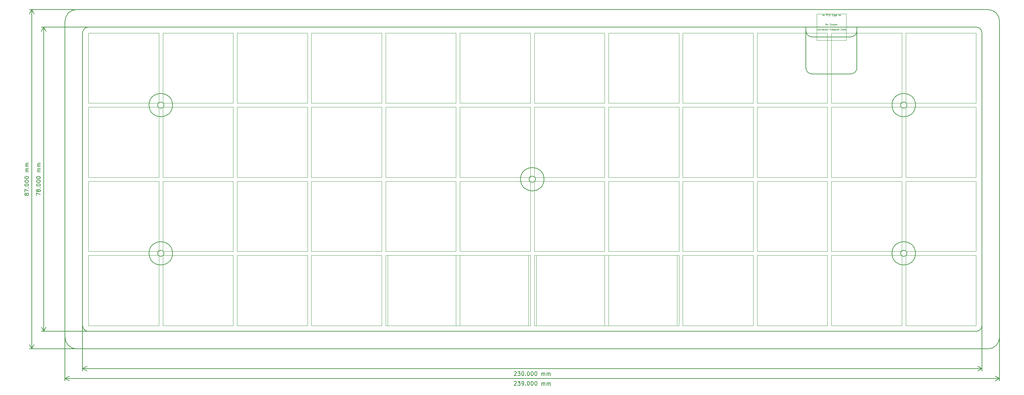
<source format=gbr>
G04 #@! TF.GenerationSoftware,KiCad,Pcbnew,(5.1.4)-1*
G04 #@! TF.CreationDate,2022-02-23T22:21:29-05:00*
G04 #@! TF.ProjectId,ortho-40percent,6f727468-6f2d-4343-9070-657263656e74,rev?*
G04 #@! TF.SameCoordinates,Original*
G04 #@! TF.FileFunction,Drawing*
%FSLAX46Y46*%
G04 Gerber Fmt 4.6, Leading zero omitted, Abs format (unit mm)*
G04 Created by KiCad (PCBNEW (5.1.4)-1) date 2022-02-23 22:21:29*
%MOMM*%
%LPD*%
G04 APERTURE LIST*
%ADD10C,0.150000*%
%ADD11C,0.100000*%
%ADD12C,0.060000*%
G04 APERTURE END LIST*
D10*
X149840952Y-253347618D02*
X149888571Y-253299999D01*
X149983809Y-253252379D01*
X150221904Y-253252379D01*
X150317142Y-253299999D01*
X150364761Y-253347618D01*
X150412380Y-253442856D01*
X150412380Y-253538094D01*
X150364761Y-253680951D01*
X149793333Y-254252379D01*
X150412380Y-254252379D01*
X150745714Y-253252379D02*
X151364761Y-253252379D01*
X151031428Y-253633332D01*
X151174285Y-253633332D01*
X151269523Y-253680951D01*
X151317142Y-253728570D01*
X151364761Y-253823808D01*
X151364761Y-254061903D01*
X151317142Y-254157141D01*
X151269523Y-254204760D01*
X151174285Y-254252379D01*
X150888571Y-254252379D01*
X150793333Y-254204760D01*
X150745714Y-254157141D01*
X151840952Y-254252379D02*
X152031428Y-254252379D01*
X152126666Y-254204760D01*
X152174285Y-254157141D01*
X152269523Y-254014284D01*
X152317142Y-253823808D01*
X152317142Y-253442856D01*
X152269523Y-253347618D01*
X152221904Y-253299999D01*
X152126666Y-253252379D01*
X151936190Y-253252379D01*
X151840952Y-253299999D01*
X151793333Y-253347618D01*
X151745714Y-253442856D01*
X151745714Y-253680951D01*
X151793333Y-253776189D01*
X151840952Y-253823808D01*
X151936190Y-253871427D01*
X152126666Y-253871427D01*
X152221904Y-253823808D01*
X152269523Y-253776189D01*
X152317142Y-253680951D01*
X152745714Y-254157141D02*
X152793333Y-254204760D01*
X152745714Y-254252379D01*
X152698095Y-254204760D01*
X152745714Y-254157141D01*
X152745714Y-254252379D01*
X153412380Y-253252379D02*
X153507619Y-253252379D01*
X153602857Y-253299999D01*
X153650476Y-253347618D01*
X153698095Y-253442856D01*
X153745714Y-253633332D01*
X153745714Y-253871427D01*
X153698095Y-254061903D01*
X153650476Y-254157141D01*
X153602857Y-254204760D01*
X153507619Y-254252379D01*
X153412380Y-254252379D01*
X153317142Y-254204760D01*
X153269523Y-254157141D01*
X153221904Y-254061903D01*
X153174285Y-253871427D01*
X153174285Y-253633332D01*
X153221904Y-253442856D01*
X153269523Y-253347618D01*
X153317142Y-253299999D01*
X153412380Y-253252379D01*
X154364761Y-253252379D02*
X154460000Y-253252379D01*
X154555238Y-253299999D01*
X154602857Y-253347618D01*
X154650476Y-253442856D01*
X154698095Y-253633332D01*
X154698095Y-253871427D01*
X154650476Y-254061903D01*
X154602857Y-254157141D01*
X154555238Y-254204760D01*
X154460000Y-254252379D01*
X154364761Y-254252379D01*
X154269523Y-254204760D01*
X154221904Y-254157141D01*
X154174285Y-254061903D01*
X154126666Y-253871427D01*
X154126666Y-253633332D01*
X154174285Y-253442856D01*
X154221904Y-253347618D01*
X154269523Y-253299999D01*
X154364761Y-253252379D01*
X155317142Y-253252379D02*
X155412380Y-253252379D01*
X155507619Y-253299999D01*
X155555238Y-253347618D01*
X155602857Y-253442856D01*
X155650476Y-253633332D01*
X155650476Y-253871427D01*
X155602857Y-254061903D01*
X155555238Y-254157141D01*
X155507619Y-254204760D01*
X155412380Y-254252379D01*
X155317142Y-254252379D01*
X155221904Y-254204760D01*
X155174285Y-254157141D01*
X155126666Y-254061903D01*
X155079047Y-253871427D01*
X155079047Y-253633332D01*
X155126666Y-253442856D01*
X155174285Y-253347618D01*
X155221904Y-253299999D01*
X155317142Y-253252379D01*
X156840952Y-254252379D02*
X156840952Y-253585713D01*
X156840952Y-253680951D02*
X156888571Y-253633332D01*
X156983809Y-253585713D01*
X157126666Y-253585713D01*
X157221904Y-253633332D01*
X157269523Y-253728570D01*
X157269523Y-254252379D01*
X157269523Y-253728570D02*
X157317142Y-253633332D01*
X157412380Y-253585713D01*
X157555238Y-253585713D01*
X157650476Y-253633332D01*
X157698095Y-253728570D01*
X157698095Y-254252379D01*
X158174285Y-254252379D02*
X158174285Y-253585713D01*
X158174285Y-253680951D02*
X158221904Y-253633332D01*
X158317142Y-253585713D01*
X158460000Y-253585713D01*
X158555238Y-253633332D01*
X158602857Y-253728570D01*
X158602857Y-254252379D01*
X158602857Y-253728570D02*
X158650476Y-253633332D01*
X158745714Y-253585713D01*
X158888571Y-253585713D01*
X158983809Y-253633332D01*
X159031428Y-253728570D01*
X159031428Y-254252379D01*
X34960000Y-252499999D02*
X273960000Y-252499999D01*
X34960000Y-241920000D02*
X34960000Y-253086420D01*
X273960000Y-241920000D02*
X273960000Y-253086420D01*
X273960000Y-252499999D02*
X272833496Y-253086420D01*
X273960000Y-252499999D02*
X272833496Y-251913578D01*
X34960000Y-252499999D02*
X36086504Y-253086420D01*
X34960000Y-252499999D02*
X36086504Y-251913578D01*
X149840952Y-250847618D02*
X149888571Y-250799999D01*
X149983809Y-250752379D01*
X150221904Y-250752379D01*
X150317142Y-250799999D01*
X150364761Y-250847618D01*
X150412380Y-250942856D01*
X150412380Y-251038094D01*
X150364761Y-251180951D01*
X149793333Y-251752379D01*
X150412380Y-251752379D01*
X150745714Y-250752379D02*
X151364761Y-250752379D01*
X151031428Y-251133332D01*
X151174285Y-251133332D01*
X151269523Y-251180951D01*
X151317142Y-251228570D01*
X151364761Y-251323808D01*
X151364761Y-251561903D01*
X151317142Y-251657141D01*
X151269523Y-251704760D01*
X151174285Y-251752379D01*
X150888571Y-251752379D01*
X150793333Y-251704760D01*
X150745714Y-251657141D01*
X151983809Y-250752379D02*
X152079047Y-250752379D01*
X152174285Y-250799999D01*
X152221904Y-250847618D01*
X152269523Y-250942856D01*
X152317142Y-251133332D01*
X152317142Y-251371427D01*
X152269523Y-251561903D01*
X152221904Y-251657141D01*
X152174285Y-251704760D01*
X152079047Y-251752379D01*
X151983809Y-251752379D01*
X151888571Y-251704760D01*
X151840952Y-251657141D01*
X151793333Y-251561903D01*
X151745714Y-251371427D01*
X151745714Y-251133332D01*
X151793333Y-250942856D01*
X151840952Y-250847618D01*
X151888571Y-250799999D01*
X151983809Y-250752379D01*
X152745714Y-251657141D02*
X152793333Y-251704760D01*
X152745714Y-251752379D01*
X152698095Y-251704760D01*
X152745714Y-251657141D01*
X152745714Y-251752379D01*
X153412380Y-250752379D02*
X153507619Y-250752379D01*
X153602857Y-250799999D01*
X153650476Y-250847618D01*
X153698095Y-250942856D01*
X153745714Y-251133332D01*
X153745714Y-251371427D01*
X153698095Y-251561903D01*
X153650476Y-251657141D01*
X153602857Y-251704760D01*
X153507619Y-251752379D01*
X153412380Y-251752379D01*
X153317142Y-251704760D01*
X153269523Y-251657141D01*
X153221904Y-251561903D01*
X153174285Y-251371427D01*
X153174285Y-251133332D01*
X153221904Y-250942856D01*
X153269523Y-250847618D01*
X153317142Y-250799999D01*
X153412380Y-250752379D01*
X154364761Y-250752379D02*
X154460000Y-250752379D01*
X154555238Y-250799999D01*
X154602857Y-250847618D01*
X154650476Y-250942856D01*
X154698095Y-251133332D01*
X154698095Y-251371427D01*
X154650476Y-251561903D01*
X154602857Y-251657141D01*
X154555238Y-251704760D01*
X154460000Y-251752379D01*
X154364761Y-251752379D01*
X154269523Y-251704760D01*
X154221904Y-251657141D01*
X154174285Y-251561903D01*
X154126666Y-251371427D01*
X154126666Y-251133332D01*
X154174285Y-250942856D01*
X154221904Y-250847618D01*
X154269523Y-250799999D01*
X154364761Y-250752379D01*
X155317142Y-250752379D02*
X155412380Y-250752379D01*
X155507619Y-250799999D01*
X155555238Y-250847618D01*
X155602857Y-250942856D01*
X155650476Y-251133332D01*
X155650476Y-251371427D01*
X155602857Y-251561903D01*
X155555238Y-251657141D01*
X155507619Y-251704760D01*
X155412380Y-251752379D01*
X155317142Y-251752379D01*
X155221904Y-251704760D01*
X155174285Y-251657141D01*
X155126666Y-251561903D01*
X155079047Y-251371427D01*
X155079047Y-251133332D01*
X155126666Y-250942856D01*
X155174285Y-250847618D01*
X155221904Y-250799999D01*
X155317142Y-250752379D01*
X156840952Y-251752379D02*
X156840952Y-251085713D01*
X156840952Y-251180951D02*
X156888571Y-251133332D01*
X156983809Y-251085713D01*
X157126666Y-251085713D01*
X157221904Y-251133332D01*
X157269523Y-251228570D01*
X157269523Y-251752379D01*
X157269523Y-251228570D02*
X157317142Y-251133332D01*
X157412380Y-251085713D01*
X157555238Y-251085713D01*
X157650476Y-251133332D01*
X157698095Y-251228570D01*
X157698095Y-251752379D01*
X158174285Y-251752379D02*
X158174285Y-251085713D01*
X158174285Y-251180951D02*
X158221904Y-251133332D01*
X158317142Y-251085713D01*
X158460000Y-251085713D01*
X158555238Y-251133332D01*
X158602857Y-251228570D01*
X158602857Y-251752379D01*
X158602857Y-251228570D02*
X158650476Y-251133332D01*
X158745714Y-251085713D01*
X158888571Y-251085713D01*
X158983809Y-251133332D01*
X159031428Y-251228570D01*
X159031428Y-251752379D01*
X39460000Y-249999999D02*
X269460000Y-249999999D01*
X39460000Y-238920000D02*
X39460000Y-250586420D01*
X269460000Y-238920000D02*
X269460000Y-250586420D01*
X269460000Y-249999999D02*
X268333496Y-250586420D01*
X269460000Y-249999999D02*
X268333496Y-249413578D01*
X39460000Y-249999999D02*
X40586504Y-250586420D01*
X39460000Y-249999999D02*
X40586504Y-249413578D01*
X25080952Y-205372380D02*
X25033333Y-205467619D01*
X24985714Y-205515238D01*
X24890476Y-205562857D01*
X24842857Y-205562857D01*
X24747619Y-205515238D01*
X24700000Y-205467619D01*
X24652380Y-205372380D01*
X24652380Y-205181904D01*
X24700000Y-205086666D01*
X24747619Y-205039047D01*
X24842857Y-204991428D01*
X24890476Y-204991428D01*
X24985714Y-205039047D01*
X25033333Y-205086666D01*
X25080952Y-205181904D01*
X25080952Y-205372380D01*
X25128571Y-205467619D01*
X25176190Y-205515238D01*
X25271428Y-205562857D01*
X25461904Y-205562857D01*
X25557142Y-205515238D01*
X25604761Y-205467619D01*
X25652380Y-205372380D01*
X25652380Y-205181904D01*
X25604761Y-205086666D01*
X25557142Y-205039047D01*
X25461904Y-204991428D01*
X25271428Y-204991428D01*
X25176190Y-205039047D01*
X25128571Y-205086666D01*
X25080952Y-205181904D01*
X24652380Y-204658095D02*
X24652380Y-203991428D01*
X25652380Y-204420000D01*
X25557142Y-203610476D02*
X25604761Y-203562857D01*
X25652380Y-203610476D01*
X25604761Y-203658095D01*
X25557142Y-203610476D01*
X25652380Y-203610476D01*
X24652380Y-202943809D02*
X24652380Y-202848571D01*
X24700000Y-202753333D01*
X24747619Y-202705714D01*
X24842857Y-202658095D01*
X25033333Y-202610476D01*
X25271428Y-202610476D01*
X25461904Y-202658095D01*
X25557142Y-202705714D01*
X25604761Y-202753333D01*
X25652380Y-202848571D01*
X25652380Y-202943809D01*
X25604761Y-203039047D01*
X25557142Y-203086666D01*
X25461904Y-203134285D01*
X25271428Y-203181904D01*
X25033333Y-203181904D01*
X24842857Y-203134285D01*
X24747619Y-203086666D01*
X24700000Y-203039047D01*
X24652380Y-202943809D01*
X24652380Y-201991428D02*
X24652380Y-201896190D01*
X24700000Y-201800952D01*
X24747619Y-201753333D01*
X24842857Y-201705714D01*
X25033333Y-201658095D01*
X25271428Y-201658095D01*
X25461904Y-201705714D01*
X25557142Y-201753333D01*
X25604761Y-201800952D01*
X25652380Y-201896190D01*
X25652380Y-201991428D01*
X25604761Y-202086666D01*
X25557142Y-202134285D01*
X25461904Y-202181904D01*
X25271428Y-202229523D01*
X25033333Y-202229523D01*
X24842857Y-202181904D01*
X24747619Y-202134285D01*
X24700000Y-202086666D01*
X24652380Y-201991428D01*
X24652380Y-201039047D02*
X24652380Y-200943809D01*
X24700000Y-200848571D01*
X24747619Y-200800952D01*
X24842857Y-200753333D01*
X25033333Y-200705714D01*
X25271428Y-200705714D01*
X25461904Y-200753333D01*
X25557142Y-200800952D01*
X25604761Y-200848571D01*
X25652380Y-200943809D01*
X25652380Y-201039047D01*
X25604761Y-201134285D01*
X25557142Y-201181904D01*
X25461904Y-201229523D01*
X25271428Y-201277142D01*
X25033333Y-201277142D01*
X24842857Y-201229523D01*
X24747619Y-201181904D01*
X24700000Y-201134285D01*
X24652380Y-201039047D01*
X25652380Y-199515238D02*
X24985714Y-199515238D01*
X25080952Y-199515238D02*
X25033333Y-199467619D01*
X24985714Y-199372380D01*
X24985714Y-199229523D01*
X25033333Y-199134285D01*
X25128571Y-199086666D01*
X25652380Y-199086666D01*
X25128571Y-199086666D02*
X25033333Y-199039047D01*
X24985714Y-198943809D01*
X24985714Y-198800952D01*
X25033333Y-198705714D01*
X25128571Y-198658095D01*
X25652380Y-198658095D01*
X25652380Y-198181904D02*
X24985714Y-198181904D01*
X25080952Y-198181904D02*
X25033333Y-198134285D01*
X24985714Y-198039047D01*
X24985714Y-197896190D01*
X25033333Y-197800952D01*
X25128571Y-197753333D01*
X25652380Y-197753333D01*
X25128571Y-197753333D02*
X25033333Y-197705714D01*
X24985714Y-197610476D01*
X24985714Y-197467619D01*
X25033333Y-197372380D01*
X25128571Y-197324761D01*
X25652380Y-197324761D01*
X26500000Y-244920000D02*
X26500000Y-157920000D01*
X37960000Y-244920000D02*
X25913579Y-244920000D01*
X37960000Y-157920000D02*
X25913579Y-157920000D01*
X26500000Y-157920000D02*
X27086421Y-159046504D01*
X26500000Y-157920000D02*
X25913579Y-159046504D01*
X26500000Y-244920000D02*
X27086421Y-243793496D01*
X26500000Y-244920000D02*
X25913579Y-243793496D01*
X27652380Y-205610476D02*
X27652380Y-204943809D01*
X28652380Y-205372380D01*
X28080952Y-204420000D02*
X28033333Y-204515238D01*
X27985714Y-204562857D01*
X27890476Y-204610476D01*
X27842857Y-204610476D01*
X27747619Y-204562857D01*
X27700000Y-204515238D01*
X27652380Y-204420000D01*
X27652380Y-204229523D01*
X27700000Y-204134285D01*
X27747619Y-204086666D01*
X27842857Y-204039047D01*
X27890476Y-204039047D01*
X27985714Y-204086666D01*
X28033333Y-204134285D01*
X28080952Y-204229523D01*
X28080952Y-204420000D01*
X28128571Y-204515238D01*
X28176190Y-204562857D01*
X28271428Y-204610476D01*
X28461904Y-204610476D01*
X28557142Y-204562857D01*
X28604761Y-204515238D01*
X28652380Y-204420000D01*
X28652380Y-204229523D01*
X28604761Y-204134285D01*
X28557142Y-204086666D01*
X28461904Y-204039047D01*
X28271428Y-204039047D01*
X28176190Y-204086666D01*
X28128571Y-204134285D01*
X28080952Y-204229523D01*
X28557142Y-203610476D02*
X28604761Y-203562857D01*
X28652380Y-203610476D01*
X28604761Y-203658095D01*
X28557142Y-203610476D01*
X28652380Y-203610476D01*
X27652380Y-202943809D02*
X27652380Y-202848571D01*
X27700000Y-202753333D01*
X27747619Y-202705714D01*
X27842857Y-202658095D01*
X28033333Y-202610476D01*
X28271428Y-202610476D01*
X28461904Y-202658095D01*
X28557142Y-202705714D01*
X28604761Y-202753333D01*
X28652380Y-202848571D01*
X28652380Y-202943809D01*
X28604761Y-203039047D01*
X28557142Y-203086666D01*
X28461904Y-203134285D01*
X28271428Y-203181904D01*
X28033333Y-203181904D01*
X27842857Y-203134285D01*
X27747619Y-203086666D01*
X27700000Y-203039047D01*
X27652380Y-202943809D01*
X27652380Y-201991428D02*
X27652380Y-201896190D01*
X27700000Y-201800952D01*
X27747619Y-201753333D01*
X27842857Y-201705714D01*
X28033333Y-201658095D01*
X28271428Y-201658095D01*
X28461904Y-201705714D01*
X28557142Y-201753333D01*
X28604761Y-201800952D01*
X28652380Y-201896190D01*
X28652380Y-201991428D01*
X28604761Y-202086666D01*
X28557142Y-202134285D01*
X28461904Y-202181904D01*
X28271428Y-202229523D01*
X28033333Y-202229523D01*
X27842857Y-202181904D01*
X27747619Y-202134285D01*
X27700000Y-202086666D01*
X27652380Y-201991428D01*
X27652380Y-201039047D02*
X27652380Y-200943809D01*
X27700000Y-200848571D01*
X27747619Y-200800952D01*
X27842857Y-200753333D01*
X28033333Y-200705714D01*
X28271428Y-200705714D01*
X28461904Y-200753333D01*
X28557142Y-200800952D01*
X28604761Y-200848571D01*
X28652380Y-200943809D01*
X28652380Y-201039047D01*
X28604761Y-201134285D01*
X28557142Y-201181904D01*
X28461904Y-201229523D01*
X28271428Y-201277142D01*
X28033333Y-201277142D01*
X27842857Y-201229523D01*
X27747619Y-201181904D01*
X27700000Y-201134285D01*
X27652380Y-201039047D01*
X28652380Y-199515238D02*
X27985714Y-199515238D01*
X28080952Y-199515238D02*
X28033333Y-199467619D01*
X27985714Y-199372380D01*
X27985714Y-199229523D01*
X28033333Y-199134285D01*
X28128571Y-199086666D01*
X28652380Y-199086666D01*
X28128571Y-199086666D02*
X28033333Y-199039047D01*
X27985714Y-198943809D01*
X27985714Y-198800952D01*
X28033333Y-198705714D01*
X28128571Y-198658095D01*
X28652380Y-198658095D01*
X28652380Y-198181904D02*
X27985714Y-198181904D01*
X28080952Y-198181904D02*
X28033333Y-198134285D01*
X27985714Y-198039047D01*
X27985714Y-197896190D01*
X28033333Y-197800952D01*
X28128571Y-197753333D01*
X28652380Y-197753333D01*
X28128571Y-197753333D02*
X28033333Y-197705714D01*
X27985714Y-197610476D01*
X27985714Y-197467619D01*
X28033333Y-197372380D01*
X28128571Y-197324761D01*
X28652380Y-197324761D01*
X29500000Y-240420000D02*
X29500000Y-162420000D01*
X40960000Y-240420000D02*
X28913579Y-240420000D01*
X40960000Y-162420000D02*
X28913579Y-162420000D01*
X29500000Y-162420000D02*
X30086421Y-163546504D01*
X29500000Y-162420000D02*
X28913579Y-163546504D01*
X29500000Y-240420000D02*
X30086421Y-239293496D01*
X29500000Y-240420000D02*
X28913579Y-239293496D01*
X237460000Y-163420000D02*
G75*
G02X235960000Y-164920000I-1500000J0D01*
G01*
X225960000Y-164920000D02*
G75*
G02X224460000Y-163420000I0J1500000D01*
G01*
X235960000Y-164920000D02*
X225960000Y-164920000D01*
X225960000Y-174420000D02*
G75*
G02X224460000Y-172920000I0J1500000D01*
G01*
X237460000Y-172920000D02*
G75*
G02X235960000Y-174420000I-1500000J0D01*
G01*
X224460000Y-172920000D02*
X224460000Y-162420000D01*
X235960000Y-174420000D02*
X225960000Y-174420000D01*
X237460000Y-162420000D02*
X237460000Y-172920000D01*
X157460000Y-201420000D02*
G75*
G03X157460000Y-201420000I-3000000J0D01*
G01*
X155260000Y-201420000D02*
G75*
G03X155260000Y-201420000I-800000J0D01*
G01*
X250260000Y-182420000D02*
G75*
G03X250260000Y-182420000I-800000J0D01*
G01*
X252460000Y-182420000D02*
G75*
G03X252460000Y-182420000I-3000000J0D01*
G01*
X250260000Y-220420000D02*
G75*
G03X250260000Y-220420000I-800000J0D01*
G01*
X252460000Y-220420000D02*
G75*
G03X252460000Y-220420000I-3000000J0D01*
G01*
X62460000Y-182420000D02*
G75*
G03X62460000Y-182420000I-3000000J0D01*
G01*
X60260000Y-182420000D02*
G75*
G03X60260000Y-182420000I-800000J0D01*
G01*
X60260000Y-220420000D02*
G75*
G03X60260000Y-220420000I-800000J0D01*
G01*
X62460000Y-220420000D02*
G75*
G03X62460000Y-220420000I-3000000J0D01*
G01*
X273960000Y-241920000D02*
G75*
G02X270960000Y-244920000I-3000000J0D01*
G01*
X270960000Y-157920000D02*
G75*
G02X273960000Y-160920000I0J-3000000D01*
G01*
X34960000Y-160920000D02*
G75*
G02X37960000Y-157920000I3000000J0D01*
G01*
X37960000Y-244920000D02*
G75*
G02X34960000Y-241920000I0J3000000D01*
G01*
X270960000Y-244920000D02*
X37960000Y-244920000D01*
X273960000Y-160920000D02*
X273960000Y-241920000D01*
X37960000Y-157920000D02*
X270960000Y-157920000D01*
X34960000Y-241920000D02*
X34960000Y-160920000D01*
X267960000Y-162420000D02*
G75*
G02X269460000Y-163920000I0J-1500000D01*
G01*
X269460000Y-238920000D02*
G75*
G02X267960000Y-240420000I-1500000J0D01*
G01*
X40960000Y-240420000D02*
G75*
G02X39460000Y-238920000I0J1500000D01*
G01*
X39460000Y-163920000D02*
G75*
G02X40960000Y-162420000I1500000J0D01*
G01*
X40960000Y-162420000D02*
X267960000Y-162420000D01*
X269460000Y-238920000D02*
X269460000Y-163920000D01*
X39460000Y-238920000D02*
X39460000Y-163920000D01*
X40960000Y-240420000D02*
X267960000Y-240420000D01*
D11*
X227210000Y-165810000D02*
X234710000Y-165810000D01*
X234710000Y-159010000D02*
X234710000Y-165810000D01*
X227210000Y-159010000D02*
X227210000Y-165810000D01*
X227210000Y-159010000D02*
X234710000Y-159010000D01*
X40960000Y-238920000D02*
X40960000Y-220920000D01*
X58960000Y-220920000D02*
X40960000Y-220920000D01*
X58960000Y-238920000D02*
X58960000Y-220920000D01*
X58960000Y-238920000D02*
X40960000Y-238920000D01*
X59960000Y-238920000D02*
X59960000Y-220920000D01*
X77960000Y-220920000D02*
X59960000Y-220920000D01*
X77960000Y-238920000D02*
X77960000Y-220920000D01*
X77960000Y-238920000D02*
X59960000Y-238920000D01*
X78960000Y-238920000D02*
X78960000Y-220920000D01*
X96960000Y-220920000D02*
X78960000Y-220920000D01*
X96960000Y-238920000D02*
X96960000Y-220920000D01*
X96960000Y-238920000D02*
X78960000Y-238920000D01*
X97960000Y-238920000D02*
X97960000Y-220920000D01*
X115960000Y-220920000D02*
X97960000Y-220920000D01*
X115960000Y-238920000D02*
X115960000Y-220920000D01*
X115960000Y-238920000D02*
X97960000Y-238920000D01*
X116960000Y-238920000D02*
X116960000Y-220920000D01*
X134960000Y-220920000D02*
X116960000Y-220920000D01*
X134960000Y-238920000D02*
X134960000Y-220920000D01*
X134960000Y-238920000D02*
X116960000Y-238920000D01*
X135960000Y-238920000D02*
X135960000Y-220920000D01*
X153960000Y-220920000D02*
X135960000Y-220920000D01*
X153960000Y-238920000D02*
X153960000Y-220920000D01*
X153960000Y-238920000D02*
X135960000Y-238920000D01*
X154960000Y-238920000D02*
X154960000Y-220920000D01*
X172960000Y-220920000D02*
X154960000Y-220920000D01*
X172960000Y-238920000D02*
X172960000Y-220920000D01*
X172960000Y-238920000D02*
X154960000Y-238920000D01*
X173960000Y-238920000D02*
X173960000Y-220920000D01*
X191960000Y-220920000D02*
X173960000Y-220920000D01*
X191960000Y-238920000D02*
X191960000Y-220920000D01*
X191960000Y-238920000D02*
X173960000Y-238920000D01*
X192960000Y-238920000D02*
X192960000Y-220920000D01*
X210960000Y-220920000D02*
X192960000Y-220920000D01*
X210960000Y-238920000D02*
X210960000Y-220920000D01*
X210960000Y-238920000D02*
X192960000Y-238920000D01*
X211960000Y-238920000D02*
X211960000Y-220920000D01*
X229960000Y-220920000D02*
X211960000Y-220920000D01*
X229960000Y-238920000D02*
X229960000Y-220920000D01*
X229960000Y-238920000D02*
X211960000Y-238920000D01*
X230960000Y-238920000D02*
X230960000Y-220920000D01*
X248960000Y-220920000D02*
X230960000Y-220920000D01*
X248960000Y-238920000D02*
X248960000Y-220920000D01*
X248960000Y-238920000D02*
X230960000Y-238920000D01*
X249960000Y-238920000D02*
X249960000Y-220920000D01*
X267960000Y-220920000D02*
X249960000Y-220920000D01*
X267960000Y-238920000D02*
X267960000Y-220920000D01*
X267960000Y-238920000D02*
X249960000Y-238920000D01*
X40960000Y-219920000D02*
X40960000Y-201920000D01*
X58960000Y-201920000D02*
X40960000Y-201920000D01*
X58960000Y-219920000D02*
X58960000Y-201920000D01*
X58960000Y-219920000D02*
X40960000Y-219920000D01*
X59960000Y-219920000D02*
X59960000Y-201920000D01*
X77960000Y-201920000D02*
X59960000Y-201920000D01*
X77960000Y-219920000D02*
X77960000Y-201920000D01*
X77960000Y-219920000D02*
X59960000Y-219920000D01*
X78960000Y-219920000D02*
X78960000Y-201920000D01*
X96960000Y-201920000D02*
X78960000Y-201920000D01*
X96960000Y-219920000D02*
X96960000Y-201920000D01*
X96960000Y-219920000D02*
X78960000Y-219920000D01*
X97960000Y-219920000D02*
X97960000Y-201920000D01*
X115960000Y-201920000D02*
X97960000Y-201920000D01*
X115960000Y-219920000D02*
X115960000Y-201920000D01*
X115960000Y-219920000D02*
X97960000Y-219920000D01*
X116960000Y-219920000D02*
X116960000Y-201920000D01*
X134960000Y-201920000D02*
X116960000Y-201920000D01*
X134960000Y-219920000D02*
X134960000Y-201920000D01*
X134960000Y-219920000D02*
X116960000Y-219920000D01*
X135960000Y-219920000D02*
X135960000Y-201920000D01*
X153960000Y-201920000D02*
X135960000Y-201920000D01*
X153960000Y-219920000D02*
X153960000Y-201920000D01*
X153960000Y-219920000D02*
X135960000Y-219920000D01*
X154960000Y-219920000D02*
X154960000Y-201920000D01*
X172960000Y-201920000D02*
X154960000Y-201920000D01*
X172960000Y-219920000D02*
X172960000Y-201920000D01*
X172960000Y-219920000D02*
X154960000Y-219920000D01*
X173960000Y-219920000D02*
X173960000Y-201920000D01*
X191960000Y-201920000D02*
X173960000Y-201920000D01*
X191960000Y-219920000D02*
X191960000Y-201920000D01*
X191960000Y-219920000D02*
X173960000Y-219920000D01*
X192960000Y-219920000D02*
X192960000Y-201920000D01*
X210960000Y-201920000D02*
X192960000Y-201920000D01*
X210960000Y-219920000D02*
X210960000Y-201920000D01*
X210960000Y-219920000D02*
X192960000Y-219920000D01*
X211960000Y-219920000D02*
X211960000Y-201920000D01*
X229960000Y-201920000D02*
X211960000Y-201920000D01*
X229960000Y-219920000D02*
X229960000Y-201920000D01*
X229960000Y-219920000D02*
X211960000Y-219920000D01*
X230960000Y-219920000D02*
X230960000Y-201920000D01*
X248960000Y-201920000D02*
X230960000Y-201920000D01*
X248960000Y-219920000D02*
X248960000Y-201920000D01*
X248960000Y-219920000D02*
X230960000Y-219920000D01*
X249960000Y-219920000D02*
X249960000Y-201920000D01*
X267960000Y-201920000D02*
X249960000Y-201920000D01*
X267960000Y-219920000D02*
X267960000Y-201920000D01*
X267960000Y-219920000D02*
X249960000Y-219920000D01*
X40960000Y-200920000D02*
X40960000Y-182920000D01*
X58960000Y-182920000D02*
X40960000Y-182920000D01*
X58960000Y-200920000D02*
X58960000Y-182920000D01*
X58960000Y-200920000D02*
X40960000Y-200920000D01*
X59960000Y-200920000D02*
X59960000Y-182920000D01*
X77960000Y-182920000D02*
X59960000Y-182920000D01*
X77960000Y-200920000D02*
X77960000Y-182920000D01*
X77960000Y-200920000D02*
X59960000Y-200920000D01*
X78960000Y-200920000D02*
X78960000Y-182920000D01*
X96960000Y-182920000D02*
X78960000Y-182920000D01*
X96960000Y-200920000D02*
X96960000Y-182920000D01*
X96960000Y-200920000D02*
X78960000Y-200920000D01*
X97960000Y-200920000D02*
X97960000Y-182920000D01*
X115960000Y-182920000D02*
X97960000Y-182920000D01*
X115960000Y-200920000D02*
X115960000Y-182920000D01*
X115960000Y-200920000D02*
X97960000Y-200920000D01*
X116960000Y-200920000D02*
X116960000Y-182920000D01*
X134960000Y-182920000D02*
X116960000Y-182920000D01*
X134960000Y-200920000D02*
X134960000Y-182920000D01*
X134960000Y-200920000D02*
X116960000Y-200920000D01*
X135960000Y-200920000D02*
X135960000Y-182920000D01*
X153960000Y-182920000D02*
X135960000Y-182920000D01*
X153960000Y-200920000D02*
X153960000Y-182920000D01*
X153960000Y-200920000D02*
X135960000Y-200920000D01*
X154960000Y-200920000D02*
X154960000Y-182920000D01*
X172960000Y-182920000D02*
X154960000Y-182920000D01*
X172960000Y-200920000D02*
X172960000Y-182920000D01*
X172960000Y-200920000D02*
X154960000Y-200920000D01*
X173960000Y-200920000D02*
X173960000Y-182920000D01*
X191960000Y-182920000D02*
X173960000Y-182920000D01*
X191960000Y-200920000D02*
X191960000Y-182920000D01*
X191960000Y-200920000D02*
X173960000Y-200920000D01*
X192960000Y-200920000D02*
X192960000Y-182920000D01*
X210960000Y-182920000D02*
X192960000Y-182920000D01*
X210960000Y-200920000D02*
X210960000Y-182920000D01*
X210960000Y-200920000D02*
X192960000Y-200920000D01*
X211960000Y-200920000D02*
X211960000Y-182920000D01*
X229960000Y-182920000D02*
X211960000Y-182920000D01*
X229960000Y-200920000D02*
X229960000Y-182920000D01*
X229960000Y-200920000D02*
X211960000Y-200920000D01*
X230960000Y-200920000D02*
X230960000Y-182920000D01*
X248960000Y-182920000D02*
X230960000Y-182920000D01*
X248960000Y-200920000D02*
X248960000Y-182920000D01*
X248960000Y-200920000D02*
X230960000Y-200920000D01*
X249960000Y-200920000D02*
X249960000Y-182920000D01*
X267960000Y-182920000D02*
X249960000Y-182920000D01*
X267960000Y-200920000D02*
X267960000Y-182920000D01*
X267960000Y-200920000D02*
X249960000Y-200920000D01*
X40960000Y-181920000D02*
X40960000Y-163920000D01*
X58960000Y-163920000D02*
X40960000Y-163920000D01*
X58960000Y-181920000D02*
X58960000Y-163920000D01*
X58960000Y-181920000D02*
X40960000Y-181920000D01*
X59960000Y-181920000D02*
X59960000Y-163920000D01*
X77960000Y-163920000D02*
X59960000Y-163920000D01*
X77960000Y-181920000D02*
X77960000Y-163920000D01*
X77960000Y-181920000D02*
X59960000Y-181920000D01*
X78960000Y-181920000D02*
X78960000Y-163920000D01*
X96960000Y-163920000D02*
X78960000Y-163920000D01*
X96960000Y-181920000D02*
X96960000Y-163920000D01*
X96960000Y-181920000D02*
X78960000Y-181920000D01*
X97960000Y-181920000D02*
X97960000Y-163920000D01*
X115960000Y-163920000D02*
X97960000Y-163920000D01*
X115960000Y-181920000D02*
X115960000Y-163920000D01*
X115960000Y-181920000D02*
X97960000Y-181920000D01*
X116960000Y-181920000D02*
X116960000Y-163920000D01*
X134960000Y-163920000D02*
X116960000Y-163920000D01*
X134960000Y-181920000D02*
X134960000Y-163920000D01*
X134960000Y-181920000D02*
X116960000Y-181920000D01*
X135960000Y-181920000D02*
X135960000Y-163920000D01*
X153960000Y-163920000D02*
X135960000Y-163920000D01*
X153960000Y-181920000D02*
X153960000Y-163920000D01*
X153960000Y-181920000D02*
X135960000Y-181920000D01*
X154960000Y-181920000D02*
X154960000Y-163920000D01*
X172960000Y-163920000D02*
X154960000Y-163920000D01*
X172960000Y-181920000D02*
X172960000Y-163920000D01*
X172960000Y-181920000D02*
X154960000Y-181920000D01*
X173960000Y-181920000D02*
X173960000Y-163920000D01*
X191960000Y-163920000D02*
X173960000Y-163920000D01*
X191960000Y-181920000D02*
X191960000Y-163920000D01*
X191960000Y-181920000D02*
X173960000Y-181920000D01*
X192960000Y-181920000D02*
X192960000Y-163920000D01*
X210960000Y-163920000D02*
X192960000Y-163920000D01*
X210960000Y-181920000D02*
X210960000Y-163920000D01*
X210960000Y-181920000D02*
X192960000Y-181920000D01*
X211960000Y-181920000D02*
X211960000Y-163920000D01*
X229960000Y-163920000D02*
X211960000Y-163920000D01*
X229960000Y-181920000D02*
X229960000Y-163920000D01*
X229960000Y-181920000D02*
X211960000Y-181920000D01*
X230960000Y-181920000D02*
X230960000Y-163920000D01*
X248960000Y-163920000D02*
X230960000Y-163920000D01*
X248960000Y-181920000D02*
X248960000Y-163920000D01*
X248960000Y-181920000D02*
X230960000Y-181920000D01*
X249960000Y-181920000D02*
X249960000Y-163920000D01*
X267960000Y-163920000D02*
X249960000Y-163920000D01*
X267960000Y-181920000D02*
X267960000Y-163920000D01*
X267960000Y-181920000D02*
X249960000Y-181920000D01*
X117460000Y-220920000D02*
X117460000Y-238920000D01*
X117460000Y-220920000D02*
X153460000Y-220920000D01*
X153460000Y-220920000D02*
X153460000Y-238920000D01*
X117460000Y-238920000D02*
X153460000Y-238920000D01*
X155460000Y-220920000D02*
X155460000Y-238920000D01*
X155460000Y-220920000D02*
X191460000Y-220920000D01*
X191460000Y-220920000D02*
X191460000Y-238920000D01*
X155460000Y-238920000D02*
X191460000Y-238920000D01*
D12*
X228636190Y-159234285D02*
X228731428Y-159500952D01*
X228826666Y-159234285D01*
X228940952Y-159234285D02*
X229036190Y-159500952D01*
X229131428Y-159234285D01*
X229588571Y-159500952D02*
X229588571Y-159100952D01*
X229740952Y-159100952D01*
X229779047Y-159120000D01*
X229798095Y-159139047D01*
X229817142Y-159177142D01*
X229817142Y-159234285D01*
X229798095Y-159272380D01*
X229779047Y-159291428D01*
X229740952Y-159310476D01*
X229588571Y-159310476D01*
X230217142Y-159462857D02*
X230198095Y-159481904D01*
X230140952Y-159500952D01*
X230102857Y-159500952D01*
X230045714Y-159481904D01*
X230007619Y-159443809D01*
X229988571Y-159405714D01*
X229969523Y-159329523D01*
X229969523Y-159272380D01*
X229988571Y-159196190D01*
X230007619Y-159158095D01*
X230045714Y-159120000D01*
X230102857Y-159100952D01*
X230140952Y-159100952D01*
X230198095Y-159120000D01*
X230217142Y-159139047D01*
X230521904Y-159291428D02*
X230579047Y-159310476D01*
X230598095Y-159329523D01*
X230617142Y-159367619D01*
X230617142Y-159424761D01*
X230598095Y-159462857D01*
X230579047Y-159481904D01*
X230540952Y-159500952D01*
X230388571Y-159500952D01*
X230388571Y-159100952D01*
X230521904Y-159100952D01*
X230560000Y-159120000D01*
X230579047Y-159139047D01*
X230598095Y-159177142D01*
X230598095Y-159215238D01*
X230579047Y-159253333D01*
X230560000Y-159272380D01*
X230521904Y-159291428D01*
X230388571Y-159291428D01*
X231093333Y-159291428D02*
X231226666Y-159291428D01*
X231283809Y-159500952D02*
X231093333Y-159500952D01*
X231093333Y-159100952D01*
X231283809Y-159100952D01*
X231626666Y-159500952D02*
X231626666Y-159100952D01*
X231626666Y-159481904D02*
X231588571Y-159500952D01*
X231512380Y-159500952D01*
X231474285Y-159481904D01*
X231455238Y-159462857D01*
X231436190Y-159424761D01*
X231436190Y-159310476D01*
X231455238Y-159272380D01*
X231474285Y-159253333D01*
X231512380Y-159234285D01*
X231588571Y-159234285D01*
X231626666Y-159253333D01*
X231988571Y-159234285D02*
X231988571Y-159558095D01*
X231969523Y-159596190D01*
X231950476Y-159615238D01*
X231912380Y-159634285D01*
X231855238Y-159634285D01*
X231817142Y-159615238D01*
X231988571Y-159481904D02*
X231950476Y-159500952D01*
X231874285Y-159500952D01*
X231836190Y-159481904D01*
X231817142Y-159462857D01*
X231798095Y-159424761D01*
X231798095Y-159310476D01*
X231817142Y-159272380D01*
X231836190Y-159253333D01*
X231874285Y-159234285D01*
X231950476Y-159234285D01*
X231988571Y-159253333D01*
X232331428Y-159481904D02*
X232293333Y-159500952D01*
X232217142Y-159500952D01*
X232179047Y-159481904D01*
X232160000Y-159443809D01*
X232160000Y-159291428D01*
X232179047Y-159253333D01*
X232217142Y-159234285D01*
X232293333Y-159234285D01*
X232331428Y-159253333D01*
X232350476Y-159291428D01*
X232350476Y-159329523D01*
X232160000Y-159367619D01*
X232788571Y-159234285D02*
X232883809Y-159500952D01*
X232979047Y-159234285D01*
X233093333Y-159234285D02*
X233188571Y-159500952D01*
X233283809Y-159234285D01*
X229474285Y-161900952D02*
X229474285Y-161500952D01*
X229702857Y-161900952D01*
X229702857Y-161500952D01*
X229950476Y-161900952D02*
X229912380Y-161881904D01*
X229893333Y-161862857D01*
X229874285Y-161824761D01*
X229874285Y-161710476D01*
X229893333Y-161672380D01*
X229912380Y-161653333D01*
X229950476Y-161634285D01*
X230007619Y-161634285D01*
X230045714Y-161653333D01*
X230064761Y-161672380D01*
X230083809Y-161710476D01*
X230083809Y-161824761D01*
X230064761Y-161862857D01*
X230045714Y-161881904D01*
X230007619Y-161900952D01*
X229950476Y-161900952D01*
X230788571Y-161862857D02*
X230769523Y-161881904D01*
X230712380Y-161900952D01*
X230674285Y-161900952D01*
X230617142Y-161881904D01*
X230579047Y-161843809D01*
X230560000Y-161805714D01*
X230540952Y-161729523D01*
X230540952Y-161672380D01*
X230560000Y-161596190D01*
X230579047Y-161558095D01*
X230617142Y-161520000D01*
X230674285Y-161500952D01*
X230712380Y-161500952D01*
X230769523Y-161520000D01*
X230788571Y-161539047D01*
X231017142Y-161900952D02*
X230979047Y-161881904D01*
X230960000Y-161862857D01*
X230940952Y-161824761D01*
X230940952Y-161710476D01*
X230960000Y-161672380D01*
X230979047Y-161653333D01*
X231017142Y-161634285D01*
X231074285Y-161634285D01*
X231112380Y-161653333D01*
X231131428Y-161672380D01*
X231150476Y-161710476D01*
X231150476Y-161824761D01*
X231131428Y-161862857D01*
X231112380Y-161881904D01*
X231074285Y-161900952D01*
X231017142Y-161900952D01*
X231321904Y-161634285D02*
X231321904Y-162034285D01*
X231321904Y-161653333D02*
X231360000Y-161634285D01*
X231436190Y-161634285D01*
X231474285Y-161653333D01*
X231493333Y-161672380D01*
X231512380Y-161710476D01*
X231512380Y-161824761D01*
X231493333Y-161862857D01*
X231474285Y-161881904D01*
X231436190Y-161900952D01*
X231360000Y-161900952D01*
X231321904Y-161881904D01*
X231683809Y-161634285D02*
X231683809Y-162034285D01*
X231683809Y-161653333D02*
X231721904Y-161634285D01*
X231798095Y-161634285D01*
X231836190Y-161653333D01*
X231855238Y-161672380D01*
X231874285Y-161710476D01*
X231874285Y-161824761D01*
X231855238Y-161862857D01*
X231836190Y-161881904D01*
X231798095Y-161900952D01*
X231721904Y-161900952D01*
X231683809Y-161881904D01*
X232198095Y-161881904D02*
X232160000Y-161900952D01*
X232083809Y-161900952D01*
X232045714Y-161881904D01*
X232026666Y-161843809D01*
X232026666Y-161691428D01*
X232045714Y-161653333D01*
X232083809Y-161634285D01*
X232160000Y-161634285D01*
X232198095Y-161653333D01*
X232217142Y-161691428D01*
X232217142Y-161729523D01*
X232026666Y-161767619D01*
X232388571Y-161900952D02*
X232388571Y-161634285D01*
X232388571Y-161710476D02*
X232407619Y-161672380D01*
X232426666Y-161653333D01*
X232464761Y-161634285D01*
X232502857Y-161634285D01*
X227550476Y-163162857D02*
X227531428Y-163181904D01*
X227474285Y-163200952D01*
X227436190Y-163200952D01*
X227379047Y-163181904D01*
X227340952Y-163143809D01*
X227321904Y-163105714D01*
X227302857Y-163029523D01*
X227302857Y-162972380D01*
X227321904Y-162896190D01*
X227340952Y-162858095D01*
X227379047Y-162820000D01*
X227436190Y-162800952D01*
X227474285Y-162800952D01*
X227531428Y-162820000D01*
X227550476Y-162839047D01*
X227779047Y-163200952D02*
X227740952Y-163181904D01*
X227721904Y-163162857D01*
X227702857Y-163124761D01*
X227702857Y-163010476D01*
X227721904Y-162972380D01*
X227740952Y-162953333D01*
X227779047Y-162934285D01*
X227836190Y-162934285D01*
X227874285Y-162953333D01*
X227893333Y-162972380D01*
X227912380Y-163010476D01*
X227912380Y-163124761D01*
X227893333Y-163162857D01*
X227874285Y-163181904D01*
X227836190Y-163200952D01*
X227779047Y-163200952D01*
X228083809Y-162934285D02*
X228083809Y-163200952D01*
X228083809Y-162972380D02*
X228102857Y-162953333D01*
X228140952Y-162934285D01*
X228198095Y-162934285D01*
X228236190Y-162953333D01*
X228255238Y-162991428D01*
X228255238Y-163200952D01*
X228445714Y-162934285D02*
X228445714Y-163200952D01*
X228445714Y-162972380D02*
X228464761Y-162953333D01*
X228502857Y-162934285D01*
X228560000Y-162934285D01*
X228598095Y-162953333D01*
X228617142Y-162991428D01*
X228617142Y-163200952D01*
X228960000Y-163181904D02*
X228921904Y-163200952D01*
X228845714Y-163200952D01*
X228807619Y-163181904D01*
X228788571Y-163143809D01*
X228788571Y-162991428D01*
X228807619Y-162953333D01*
X228845714Y-162934285D01*
X228921904Y-162934285D01*
X228960000Y-162953333D01*
X228979047Y-162991428D01*
X228979047Y-163029523D01*
X228788571Y-163067619D01*
X229321904Y-163181904D02*
X229283809Y-163200952D01*
X229207619Y-163200952D01*
X229169523Y-163181904D01*
X229150476Y-163162857D01*
X229131428Y-163124761D01*
X229131428Y-163010476D01*
X229150476Y-162972380D01*
X229169523Y-162953333D01*
X229207619Y-162934285D01*
X229283809Y-162934285D01*
X229321904Y-162953333D01*
X229436190Y-162934285D02*
X229588571Y-162934285D01*
X229493333Y-162800952D02*
X229493333Y-163143809D01*
X229512380Y-163181904D01*
X229550476Y-163200952D01*
X229588571Y-163200952D01*
X229779047Y-163200952D02*
X229740952Y-163181904D01*
X229721904Y-163162857D01*
X229702857Y-163124761D01*
X229702857Y-163010476D01*
X229721904Y-162972380D01*
X229740952Y-162953333D01*
X229779047Y-162934285D01*
X229836190Y-162934285D01*
X229874285Y-162953333D01*
X229893333Y-162972380D01*
X229912380Y-163010476D01*
X229912380Y-163124761D01*
X229893333Y-163162857D01*
X229874285Y-163181904D01*
X229836190Y-163200952D01*
X229779047Y-163200952D01*
X230083809Y-163200952D02*
X230083809Y-162934285D01*
X230083809Y-163010476D02*
X230102857Y-162972380D01*
X230121904Y-162953333D01*
X230160000Y-162934285D01*
X230198095Y-162934285D01*
X230636190Y-163200952D02*
X230636190Y-162800952D01*
X230864761Y-163200952D02*
X230693333Y-162972380D01*
X230864761Y-162800952D02*
X230636190Y-163029523D01*
X231188571Y-163181904D02*
X231150476Y-163200952D01*
X231074285Y-163200952D01*
X231036190Y-163181904D01*
X231017142Y-163143809D01*
X231017142Y-162991428D01*
X231036190Y-162953333D01*
X231074285Y-162934285D01*
X231150476Y-162934285D01*
X231188571Y-162953333D01*
X231207619Y-162991428D01*
X231207619Y-163029523D01*
X231017142Y-163067619D01*
X231531428Y-163181904D02*
X231493333Y-163200952D01*
X231417142Y-163200952D01*
X231379047Y-163181904D01*
X231360000Y-163143809D01*
X231360000Y-162991428D01*
X231379047Y-162953333D01*
X231417142Y-162934285D01*
X231493333Y-162934285D01*
X231531428Y-162953333D01*
X231550476Y-162991428D01*
X231550476Y-163029523D01*
X231360000Y-163067619D01*
X231721904Y-162934285D02*
X231721904Y-163334285D01*
X231721904Y-162953333D02*
X231760000Y-162934285D01*
X231836190Y-162934285D01*
X231874285Y-162953333D01*
X231893333Y-162972380D01*
X231912380Y-163010476D01*
X231912380Y-163124761D01*
X231893333Y-163162857D01*
X231874285Y-163181904D01*
X231836190Y-163200952D01*
X231760000Y-163200952D01*
X231721904Y-163181904D01*
X232140952Y-163200952D02*
X232102857Y-163181904D01*
X232083809Y-163162857D01*
X232064761Y-163124761D01*
X232064761Y-163010476D01*
X232083809Y-162972380D01*
X232102857Y-162953333D01*
X232140952Y-162934285D01*
X232198095Y-162934285D01*
X232236190Y-162953333D01*
X232255238Y-162972380D01*
X232274285Y-163010476D01*
X232274285Y-163124761D01*
X232255238Y-163162857D01*
X232236190Y-163181904D01*
X232198095Y-163200952D01*
X232140952Y-163200952D01*
X232617142Y-162934285D02*
X232617142Y-163200952D01*
X232445714Y-162934285D02*
X232445714Y-163143809D01*
X232464761Y-163181904D01*
X232502857Y-163200952D01*
X232560000Y-163200952D01*
X232598095Y-163181904D01*
X232617142Y-163162857D01*
X232750476Y-162934285D02*
X232902857Y-162934285D01*
X232807619Y-162800952D02*
X232807619Y-163143809D01*
X232826666Y-163181904D01*
X232864761Y-163200952D01*
X232902857Y-163200952D01*
X233302857Y-162800952D02*
X233569523Y-162800952D01*
X233302857Y-163200952D01*
X233569523Y-163200952D01*
X233779047Y-163200952D02*
X233740952Y-163181904D01*
X233721904Y-163162857D01*
X233702857Y-163124761D01*
X233702857Y-163010476D01*
X233721904Y-162972380D01*
X233740952Y-162953333D01*
X233779047Y-162934285D01*
X233836190Y-162934285D01*
X233874285Y-162953333D01*
X233893333Y-162972380D01*
X233912380Y-163010476D01*
X233912380Y-163124761D01*
X233893333Y-163162857D01*
X233874285Y-163181904D01*
X233836190Y-163200952D01*
X233779047Y-163200952D01*
X234083809Y-162934285D02*
X234083809Y-163200952D01*
X234083809Y-162972380D02*
X234102857Y-162953333D01*
X234140952Y-162934285D01*
X234198095Y-162934285D01*
X234236190Y-162953333D01*
X234255238Y-162991428D01*
X234255238Y-163200952D01*
X234598095Y-163181904D02*
X234560000Y-163200952D01*
X234483809Y-163200952D01*
X234445714Y-163181904D01*
X234426666Y-163143809D01*
X234426666Y-162991428D01*
X234445714Y-162953333D01*
X234483809Y-162934285D01*
X234560000Y-162934285D01*
X234598095Y-162953333D01*
X234617142Y-162991428D01*
X234617142Y-163029523D01*
X234426666Y-163067619D01*
M02*

</source>
